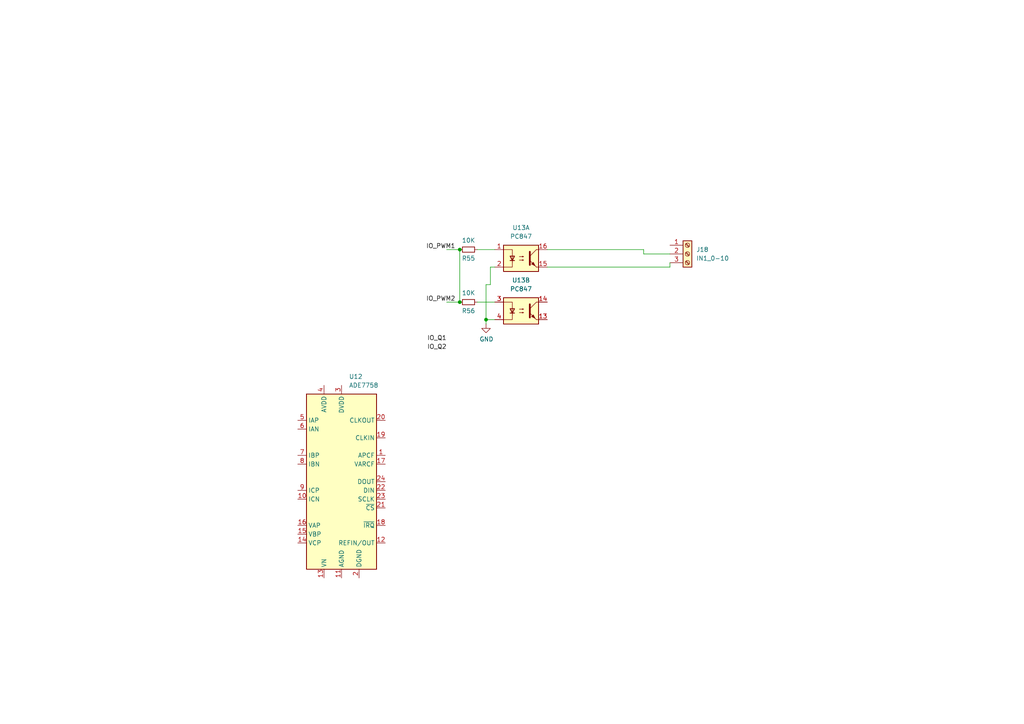
<source format=kicad_sch>
(kicad_sch (version 20250114) (generator "eeschema") (generator_version "9.0")
  (paper "A4")
  (lib_symbols
    (symbol "Connector:Screw_Terminal_01x03" (pin_names (offset 1.016) (hide yes))
      (property "Reference" "J" (at 0 5.08 0))
      (property "Value" "Screw_Terminal_01x03" (at 0 -5.08 0))
      (symbol "Screw_Terminal_01x03_1_1"
        (rectangle (start -1.27 3.81) (end 1.27 -3.81) (stroke (width 0.254)) (fill (type background)))
        (polyline (pts (xy -0.5334 2.8702) (xy 0.3302 2.032)) (stroke (width 0.1524)))
        (polyline (pts (xy -0.5334 0.3302) (xy 0.3302 -0.508)) (stroke (width 0.1524)))
        (polyline (pts (xy -0.5334 -2.2098) (xy 0.3302 -3.048)) (stroke (width 0.1524)))
        (polyline (pts (xy -0.3556 3.048) (xy 0.508 2.2098)) (stroke (width 0.1524)))
        (polyline (pts (xy -0.3556 0.508) (xy 0.508 -0.3302)) (stroke (width 0.1524)))
        (polyline (pts (xy -0.3556 -2.032) (xy 0.508 -2.8702)) (stroke (width 0.1524)))
        (circle (center 0 2.54) (radius 0.635) (stroke (width 0.1524)))
        (circle (center 0 0) (radius 0.635) (stroke (width 0.1524)))
        (circle (center 0 -2.54) (radius 0.635) (stroke (width 0.1524)))
        (pin passive line (at -5.08 2.54 0) (length 3.81) (name "Pin_1") (number "1"))
        (pin passive line (at -5.08 0 0) (length 3.81) (name "Pin_2") (number "2"))
        (pin passive line (at -5.08 -2.54 0) (length 3.81) (name "Pin_3") (number "3"))
      )
    )
    (symbol "Device:R_Small" (pin_numbers (hide yes)) (pin_names (offset 0.254) (hide yes))
      (property "Reference" "R" (at 0.762 0.508 0))
      (property "Value" "R_Small" (at 0.762 -1.016 0))
      (symbol "R_Small_0_1"
        (rectangle (start -0.762 1.778) (end 0.762 -1.778) (stroke (width 0.2032)))
      )
      (symbol "R_Small_1_1"
        (pin passive line (at 0 2.54 270) (length 0.762) (name "~") (number "1"))
        (pin passive line (at 0 -2.54 90) (length 0.762) (name "~") (number "2"))
      )
    )
    (symbol "Isolator:PC847" (pin_names (offset 1.016))
      (property "Reference" "U" (at -5.08 5.08 0))
      (property "Value" "PC847" (at 0 5.08 0))
      (symbol "PC847_0_1"
        (rectangle (start -5.08 3.81) (end 5.08 -3.81) (stroke (width 0.254)) (fill (type background)))
        (polyline (pts (xy -5.08 2.54) (xy -2.54 2.54) (xy -2.54 -1.27) (xy -2.54 0.635)))
        (polyline (pts (xy -3.175 -0.635) (xy -1.905 -0.635)) (stroke (width 0.254)))
        (polyline (pts (xy -2.54 -0.635) (xy -2.54 -2.54) (xy -5.08 -2.54)))
        (polyline (pts (xy -2.54 -0.635) (xy -3.175 0.635) (xy -1.905 0.635) (xy -2.54 -0.635)) (stroke (width 0.254)))
        (polyline (pts (xy -0.508 0.508) (xy 0.762 0.508) (xy 0.381 0.381) (xy 0.381 0.635) (xy 0.762 0.508)))
        (polyline (pts (xy -0.508 -0.508) (xy 0.762 -0.508) (xy 0.381 -0.635) (xy 0.381 -0.381) (xy 0.762 -0.508)))
        (polyline (pts (xy 2.54 1.905) (xy 2.54 -1.905) (xy 2.54 -1.905)) (stroke (width 0.508)))
        (polyline (pts (xy 2.54 0.635) (xy 4.445 2.54)))
        (polyline (pts (xy 3.048 -1.651) (xy 3.556 -1.143) (xy 4.064 -2.159) (xy 3.048 -1.651) (xy 3.048 -1.651)) (fill (type outline)))
        (polyline (pts (xy 4.445 2.54) (xy 5.08 2.54)))
        (polyline (pts (xy 4.445 -2.54) (xy 2.54 -0.635)) (fill (type outline)))
        (polyline (pts (xy 4.445 -2.54) (xy 5.08 -2.54)))
      )
      (symbol "PC847_1_1"
        (pin passive line (at -7.62 2.54 0) (length 2.54) (name "~") (number "1"))
        (pin passive line (at -7.62 -2.54 0) (length 2.54) (name "~") (number "2"))
        (pin passive line (at 7.62 2.54 180) (length 2.54) (name "~") (number "16"))
        (pin passive line (at 7.62 -2.54 180) (length 2.54) (name "~") (number "15"))
      )
      (symbol "PC847_2_1"
        (pin passive line (at -7.62 2.54 0) (length 2.54) (name "~") (number "3"))
        (pin passive line (at -7.62 -2.54 0) (length 2.54) (name "~") (number "4"))
        (pin passive line (at 7.62 2.54 180) (length 2.54) (name "~") (number "14"))
        (pin passive line (at 7.62 -2.54 180) (length 2.54) (name "~") (number "13"))
      )
      (symbol "PC847_3_1"
        (pin passive line (at -7.62 2.54 0) (length 2.54) (name "~") (number "5"))
        (pin passive line (at -7.62 -2.54 0) (length 2.54) (name "~") (number "6"))
        (pin passive line (at 7.62 2.54 180) (length 2.54) (name "~") (number "12"))
        (pin passive line (at 7.62 -2.54 180) (length 2.54) (name "~") (number "11"))
      )
      (symbol "PC847_4_1"
        (pin passive line (at -7.62 2.54 0) (length 2.54) (name "~") (number "7"))
        (pin passive line (at -7.62 -2.54 0) (length 2.54) (name "~") (number "8"))
        (pin passive line (at 7.62 2.54 180) (length 2.54) (name "~") (number "10"))
        (pin passive line (at 7.62 -2.54 180) (length 2.54) (name "~") (number "9"))
      )
    )
    (symbol "Sensor:ADE7758"
      (property "Reference" "U" (at -7.62 28.575 0))
      (property "Value" "ADE7758" (at -7.62 26.67 0))
      (symbol "ADE7758_0_1"
        (rectangle (start 10.16 -25.4) (end -10.16 25.4) (stroke (width 0.254)) (fill (type background)))
      )
      (symbol "ADE7758_1_1"
        (pin input line (at -12.7 17.78 0) (length 2.54) (name "IAP") (number "5"))
        (pin input line (at -12.7 15.24 0) (length 2.54) (name "IAN") (number "6"))
        (pin input line (at -12.7 7.62 0) (length 2.54) (name "IBP") (number "7"))
        (pin input line (at -12.7 5.08 0) (length 2.54) (name "IBN") (number "8"))
        (pin input line (at -12.7 -2.54 0) (length 2.54) (name "ICP") (number "9"))
        (pin input line (at -12.7 -5.08 0) (length 2.54) (name "ICN") (number "10"))
        (pin input line (at -12.7 -12.7 0) (length 2.54) (name "VAP") (number "16"))
        (pin input line (at -12.7 -15.24 0) (length 2.54) (name "VBP") (number "15"))
        (pin input line (at -12.7 -17.78 0) (length 2.54) (name "VCP") (number "14"))
        (pin power_in line (at -5.08 27.94 270) (length 2.54) (name "AVDD") (number "4"))
        (pin power_in line (at -5.08 -27.94 90) (length 2.54) (name "VN") (number "13"))
        (pin power_in line (at 0 27.94 270) (length 2.54) (name "DVDD") (number "3"))
        (pin power_in line (at 0 -27.94 90) (length 2.54) (name "AGND") (number "11"))
        (pin power_in line (at 5.08 -27.94 90) (length 2.54) (name "DGND") (number "2"))
        (pin output line (at 12.7 17.78 180) (length 2.54) (name "CLKOUT") (number "20"))
        (pin input line (at 12.7 12.7 180) (length 2.54) (name "CLKIN") (number "19"))
        (pin output line (at 12.7 7.62 180) (length 2.54) (name "APCF") (number "1"))
        (pin output line (at 12.7 5.08 180) (length 2.54) (name "VARCF") (number "17"))
        (pin output line (at 12.7 0 180) (length 2.54) (name "DOUT") (number "24"))
        (pin input line (at 12.7 -2.54 180) (length 2.54) (name "DIN") (number "22"))
        (pin input line (at 12.7 -5.08 180) (length 2.54) (name "SCLK") (number "23"))
        (pin input line (at 12.7 -7.62 180) (length 2.54) (name "~{CS}") (number "21"))
        (pin open_collector line (at 12.7 -12.7 180) (length 2.54) (name "~{IRQ}") (number "18"))
        (pin input line (at 12.7 -17.78 180) (length 2.54) (name "REFIN/OUT") (number "12"))
      )
    )
    (symbol "power:GND" (power) (pin_names (offset 0))
      (property "Value" "GND" (at 0 -3.81 0))
      (symbol "GND_0_1"
        (polyline (pts (xy 0 0) (xy 0 -1.27) (xy 1.27 -1.27) (xy 0 -2.54) (xy -1.27 -1.27) (xy 0 -1.27)))
      )
      (symbol "GND_1_1"
        (pin power_in line (at 0 0 270) (length 0) (hide yes) (name "GND") (number "1"))
      )
    )
  )
  (junction (at 140.97 92.71))
  (junction (at 133.35 72.39))
  (junction (at 133.35 87.63))
  (wire (pts (xy 140.97 93.98) (xy 140.97 92.71)))
  (wire (pts (xy 158.75 77.47) (xy 194.31 77.47)))
  (wire (pts (xy 138.43 72.39) (xy 143.51 72.39)))
  (wire (pts (xy 142.24 77.47) (xy 143.51 77.47)))
  (wire (pts (xy 158.75 72.39) (xy 186.69 72.39)))
  (wire (pts (xy 129.54 72.39) (xy 133.35 72.39)))
  (wire (pts (xy 186.69 72.39) (xy 186.69 73.66)))
  (wire (pts (xy 140.97 92.71) (xy 143.51 92.71)))
  (wire (pts (xy 142.24 82.55) (xy 142.24 77.47)))
  (wire (pts (xy 186.69 73.66) (xy 194.31 73.66)))
  (wire (pts (xy 194.31 77.47) (xy 194.31 76.2)))
  (wire (pts (xy 133.35 72.39) (xy 133.35 87.63)))
  (wire (pts (xy 140.97 82.55) (xy 140.97 92.71)))
  (wire (pts (xy 129.54 87.63) (xy 133.35 87.63)))
  (wire (pts (xy 138.43 87.63) (xy 143.51 87.63)))
  (wire (pts (xy 142.24 82.55) (xy 140.97 82.55)))
  (label "IO_PWM2" (at 132.08 87.63 180))
  (label "IO_PWM1" (at 132.08 72.39 180))
  (label "IO_Q2" (at 129.54 101.6 180))
  (label "IO_Q1" (at 129.54 99.06 180))
  (symbol (lib_id "Isolator:PC847") (at 151.13 90.17 0) (unit 2)
    (property "Reference" "U13" (at 151.13 81.28 0))
    (property "Value" "PC847" (at 151.13 83.82 0))
    (property "Footprint" "Package_DIP:DIP-16_W7.62mm" (effects (hide yes)))
    (property "Datasheet" "http://www.soselectronic.cz/a_info/resource/d/pc817.pdf" (effects (hide yes)))
    (property "Description" "DC Quad Optocoupler, Vce 35V, CTR 50-300%, DIP16" (effects (hide yes)))
  )
  (symbol (lib_id "Sensor:ADE7758") (at 99.06 139.7 0) (unit 1)
    (property "Reference" "U12" (at 101.2033 109.22 0) (effects (justify left)))
    (property "Value" "ADE7758" (at 101.2033 111.76 0) (effects (justify left)))
    (property "Footprint" "Package_SO:SOIC-24W_7.5x15.4mm_P1.27mm" (effects (hide yes)))
    (property "Datasheet" "https://www.analog.com/media/en/technical-documentation/data-sheets/ADE7758.pdf" (effects (hide yes)))
    (property "Description" "Poly Phase Multifunction Energy Metering, SO-24" (effects (hide yes)))
  )
  (symbol (lib_id "Device:R_Small") (at 135.89 72.39 270) (unit 1)
    (property "Reference" "R55" (at 135.89 74.93 90))
    (property "Value" "10K" (at 135.89 69.723 90))
    (property "Footprint" "Resistor_SMD:R_0603_1608Metric" (effects (hide yes)))
  )
  (symbol (lib_id "Connector:Screw_Terminal_01x03") (at 199.39 73.66 0) (unit 1)
    (property "Reference" "J18" (at 201.93 72.3899 0) (effects (justify left)))
    (property "Value" "IN1_0-10" (at 201.93 74.9299 0) (effects (justify left)))
    (property "Footprint" "Connector_Phoenix_SPT:PhoenixContact_SPT_2.5_3-H-5.0_1x03_P5.0mm_Horizontal" (effects (hide yes)))
    (property "Description" "Generic screw terminal, single row, 01x03, script generated (kicad-library-utils/schlib/autogen/connector/)" (effects (hide yes)))
  )
  (symbol (lib_id "power:GND") (at 140.97 93.98 0) (unit 1)
    (property "Reference" "#PWR0133" (effects (hide yes)))
    (property "Value" "GND" (at 141.097 98.3742 0))
  )
  (symbol (lib_id "Device:R_Small") (at 135.89 87.63 270) (unit 1)
    (property "Reference" "R56" (at 135.89 90.17 90))
    (property "Value" "10K" (at 135.89 84.963 90))
    (property "Footprint" "Resistor_SMD:R_0603_1608Metric" (effects (hide yes)))
  )
  (symbol (lib_id "Isolator:PC847") (at 151.13 74.93 0) (unit 1)
    (property "Reference" "U13" (at 151.13 66.04 0))
    (property "Value" "PC847" (at 151.13 68.58 0))
    (property "Footprint" "Package_DIP:DIP-16_W7.62mm" (effects (hide yes)))
    (property "Datasheet" "http://www.soselectronic.cz/a_info/resource/d/pc817.pdf" (effects (hide yes)))
    (property "Description" "DC Quad Optocoupler, Vce 35V, CTR 50-300%, DIP16" (effects (hide yes)))
  )
)
</source>
